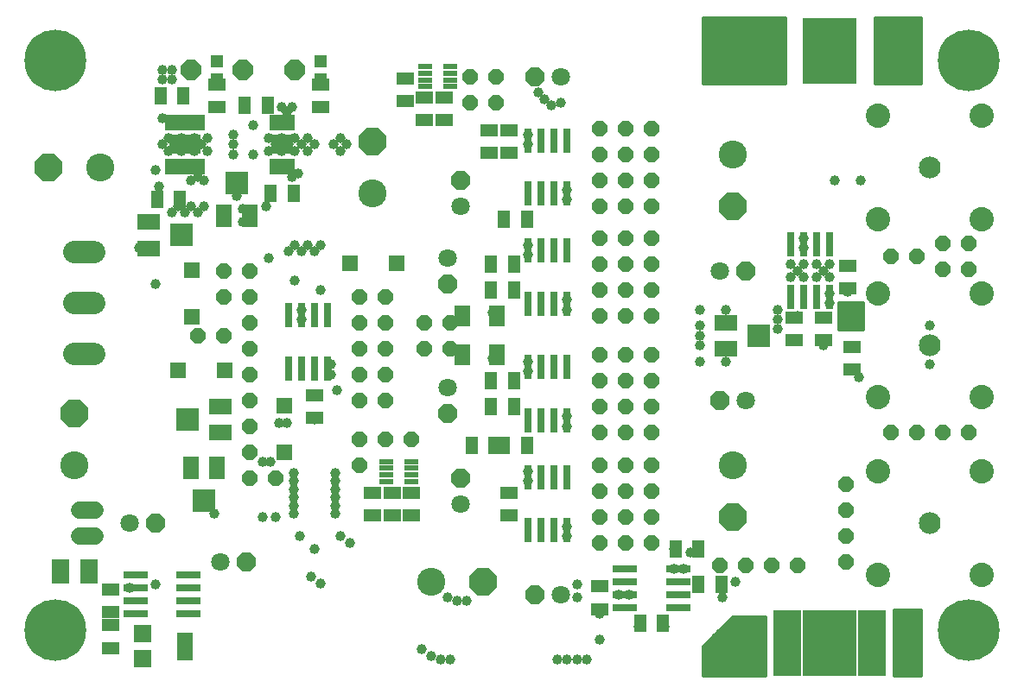
<source format=gbr>
G75*
%MOIN*%
%OFA0B0*%
%FSLAX24Y24*%
%IPPOS*%
%LPD*%
%AMOC8*
5,1,8,0,0,1.08239X$1,22.5*
%
%ADD10C,0.0160*%
%ADD11R,0.0316X0.0946*%
%ADD12OC8,0.0600*%
%ADD13R,0.0710X0.0474*%
%ADD14R,0.0474X0.0710*%
%ADD15R,0.0631X0.0789*%
%ADD16OC8,0.0710*%
%ADD17C,0.0710*%
%ADD18C,0.1080*%
%ADD19OC8,0.1080*%
%ADD20R,0.0910X0.0592*%
%ADD21R,0.0880X0.0867*%
%ADD22R,0.0631X0.0631*%
%ADD23R,0.0560X0.0240*%
%ADD24R,0.0592X0.0910*%
%ADD25R,0.0867X0.0880*%
%ADD26R,0.0250X0.0630*%
%ADD27R,0.1200X0.0730*%
%ADD28R,0.0190X0.0630*%
%ADD29R,0.0820X0.0740*%
%ADD30C,0.0860*%
%ADD31C,0.0840*%
%ADD32C,0.0940*%
%ADD33C,0.2380*%
%ADD34OC8,0.0780*%
%ADD35R,0.0480X0.0450*%
%ADD36R,0.0946X0.0316*%
%ADD37R,0.2080X0.2580*%
%ADD38R,0.1080X0.2580*%
%ADD39R,0.0710X0.0946*%
%ADD40C,0.0680*%
%ADD41R,0.0671X0.0671*%
%ADD42R,0.0631X0.1104*%
%ADD43C,0.0397*%
D10*
X027830Y001197D02*
X030205Y001197D01*
X030205Y003447D01*
X028955Y003447D01*
X027830Y002322D01*
X027830Y001197D01*
X027830Y001314D02*
X030205Y001314D01*
X030205Y001473D02*
X027830Y001473D01*
X027830Y001631D02*
X030205Y001631D01*
X030205Y001790D02*
X027830Y001790D01*
X027830Y001948D02*
X030205Y001948D01*
X030205Y002107D02*
X027830Y002107D01*
X027830Y002265D02*
X030205Y002265D01*
X030205Y002424D02*
X027932Y002424D01*
X028090Y002582D02*
X030205Y002582D01*
X030205Y002741D02*
X028249Y002741D01*
X028407Y002899D02*
X030205Y002899D01*
X030205Y003058D02*
X028566Y003058D01*
X028724Y003216D02*
X030205Y003216D01*
X030205Y003375D02*
X028883Y003375D01*
X035205Y003375D02*
X036205Y003375D01*
X036205Y003533D02*
X035205Y003533D01*
X035205Y003692D02*
X036205Y003692D01*
X036205Y003697D02*
X036205Y001197D01*
X035205Y001197D01*
X035205Y003697D01*
X036205Y003697D01*
X036205Y003216D02*
X035205Y003216D01*
X035205Y003058D02*
X036205Y003058D01*
X036205Y002899D02*
X035205Y002899D01*
X035205Y002741D02*
X036205Y002741D01*
X036205Y002582D02*
X035205Y002582D01*
X035205Y002424D02*
X036205Y002424D01*
X036205Y002265D02*
X035205Y002265D01*
X035205Y002107D02*
X036205Y002107D01*
X036205Y001948D02*
X035205Y001948D01*
X035205Y001790D02*
X036205Y001790D01*
X036205Y001631D02*
X035205Y001631D01*
X035205Y001473D02*
X036205Y001473D01*
X036205Y001314D02*
X035205Y001314D01*
X033955Y014572D02*
X033080Y014572D01*
X033080Y015572D01*
X033955Y015572D01*
X033955Y014572D01*
X033955Y014628D02*
X033080Y014628D01*
X033080Y014787D02*
X033955Y014787D01*
X033955Y014945D02*
X033080Y014945D01*
X033080Y015104D02*
X033955Y015104D01*
X033955Y015262D02*
X033080Y015262D01*
X033080Y015421D02*
X033955Y015421D01*
X034455Y024072D02*
X034455Y026572D01*
X036205Y026572D01*
X036205Y024072D01*
X034455Y024072D01*
X034455Y024138D02*
X036205Y024138D01*
X036205Y024297D02*
X034455Y024297D01*
X034455Y024455D02*
X036205Y024455D01*
X036205Y024614D02*
X034455Y024614D01*
X034455Y024772D02*
X036205Y024772D01*
X036205Y024931D02*
X034455Y024931D01*
X034455Y025089D02*
X036205Y025089D01*
X036205Y025248D02*
X034455Y025248D01*
X034455Y025406D02*
X036205Y025406D01*
X036205Y025565D02*
X034455Y025565D01*
X034455Y025723D02*
X036205Y025723D01*
X036205Y025882D02*
X034455Y025882D01*
X034455Y026040D02*
X036205Y026040D01*
X036205Y026199D02*
X034455Y026199D01*
X034455Y026357D02*
X036205Y026357D01*
X036205Y026516D02*
X034455Y026516D01*
X030955Y026516D02*
X027830Y026516D01*
X027830Y026572D02*
X030955Y026572D01*
X030955Y024072D01*
X027830Y024072D01*
X027830Y026572D01*
X027830Y026357D02*
X030955Y026357D01*
X030955Y026199D02*
X027830Y026199D01*
X027830Y026040D02*
X030955Y026040D01*
X030955Y025882D02*
X027830Y025882D01*
X027830Y025723D02*
X030955Y025723D01*
X030955Y025565D02*
X027830Y025565D01*
X027830Y025406D02*
X030955Y025406D01*
X030955Y025248D02*
X027830Y025248D01*
X027830Y025089D02*
X030955Y025089D01*
X030955Y024931D02*
X027830Y024931D01*
X027830Y024772D02*
X030955Y024772D01*
X030955Y024614D02*
X027830Y024614D01*
X027830Y024455D02*
X030955Y024455D01*
X030955Y024297D02*
X027830Y024297D01*
X027830Y024138D02*
X030955Y024138D01*
D11*
X022580Y021846D03*
X022080Y021846D03*
X021580Y021846D03*
X021080Y021846D03*
X021080Y019799D03*
X021580Y019799D03*
X022080Y019799D03*
X022580Y019799D03*
X022580Y017596D03*
X022080Y017596D03*
X021580Y017596D03*
X021080Y017596D03*
X021080Y015549D03*
X021580Y015549D03*
X022080Y015549D03*
X022580Y015549D03*
X022580Y013096D03*
X022080Y013096D03*
X021580Y013096D03*
X021080Y013096D03*
X021080Y011049D03*
X021580Y011049D03*
X022080Y011049D03*
X022580Y011049D03*
X022580Y008846D03*
X022080Y008846D03*
X021580Y008846D03*
X021080Y008846D03*
X021080Y006799D03*
X021580Y006799D03*
X022080Y006799D03*
X022580Y006799D03*
X013330Y013049D03*
X012830Y013049D03*
X012330Y013049D03*
X011830Y013049D03*
X011830Y015096D03*
X012330Y015096D03*
X012830Y015096D03*
X013330Y015096D03*
X031205Y015799D03*
X031705Y015799D03*
X032205Y015799D03*
X032705Y015799D03*
X032705Y017846D03*
X032205Y017846D03*
X031705Y017846D03*
X031205Y017846D03*
D12*
X035080Y017385D03*
X036080Y017385D03*
X037080Y017885D03*
X038080Y017885D03*
X038080Y016885D03*
X037080Y016885D03*
X037080Y010572D03*
X038080Y010572D03*
X036080Y010572D03*
X035080Y010572D03*
X033330Y008572D03*
X033330Y007572D03*
X033330Y006572D03*
X033330Y005572D03*
X031455Y005447D03*
X030455Y005447D03*
X029455Y005447D03*
X028455Y005447D03*
X025830Y006322D03*
X024830Y006322D03*
X023830Y006322D03*
X023830Y007322D03*
X024830Y007322D03*
X025830Y007322D03*
X025830Y008322D03*
X024830Y008322D03*
X023830Y008322D03*
X023830Y009322D03*
X024830Y009322D03*
X025830Y009322D03*
X025830Y010572D03*
X024830Y010572D03*
X023830Y010572D03*
X023830Y011572D03*
X024830Y011572D03*
X025830Y011572D03*
X025830Y012572D03*
X024830Y012572D03*
X023830Y012572D03*
X023830Y013572D03*
X024830Y013572D03*
X025830Y013572D03*
X025830Y015072D03*
X024830Y015072D03*
X023830Y015072D03*
X023830Y016072D03*
X024830Y016072D03*
X025830Y016072D03*
X025830Y017072D03*
X024830Y017072D03*
X023830Y017072D03*
X023830Y018072D03*
X024830Y018072D03*
X025830Y018072D03*
X025830Y019322D03*
X024830Y019322D03*
X023830Y019322D03*
X023830Y020322D03*
X024830Y020322D03*
X025830Y020322D03*
X025830Y021322D03*
X024830Y021322D03*
X023830Y021322D03*
X023830Y022322D03*
X024830Y022322D03*
X025830Y022322D03*
X019830Y023322D03*
X018830Y023322D03*
X018830Y024322D03*
X019830Y024322D03*
X010330Y016822D03*
X009330Y016822D03*
X009330Y015822D03*
X010330Y015822D03*
X010330Y014822D03*
X009330Y014322D03*
X008330Y014322D03*
X010330Y013822D03*
X010330Y012822D03*
X010330Y011822D03*
X010330Y010822D03*
X010330Y009822D03*
X010330Y008822D03*
X011330Y008822D03*
X014580Y009322D03*
X014580Y010322D03*
X015580Y010322D03*
X016580Y010322D03*
X015580Y011822D03*
X014580Y011822D03*
X014580Y012822D03*
X015580Y012822D03*
X015580Y013822D03*
X014580Y013822D03*
X014580Y014822D03*
X015580Y014822D03*
X015580Y015822D03*
X014580Y015822D03*
X017080Y014822D03*
X018080Y014822D03*
X018080Y013822D03*
X017080Y013822D03*
D13*
X012830Y012010D03*
X012830Y011135D03*
X015080Y008260D03*
X015830Y008260D03*
X016580Y008260D03*
X016580Y007385D03*
X015830Y007385D03*
X015080Y007385D03*
X020330Y007385D03*
X020330Y008260D03*
X023830Y004635D03*
X023830Y003760D03*
X033580Y013010D03*
X033580Y013885D03*
X032455Y014135D03*
X032455Y015010D03*
X031330Y015010D03*
X031330Y014135D03*
X033393Y016135D03*
X033393Y017010D03*
X020330Y021385D03*
X019580Y021385D03*
X019580Y022260D03*
X020330Y022260D03*
X017830Y022635D03*
X017080Y022635D03*
X016330Y023385D03*
X017080Y023510D03*
X017830Y023510D03*
X016330Y024260D03*
X013080Y024010D03*
X013080Y023135D03*
X009080Y023135D03*
X009080Y024010D03*
X004955Y004510D03*
X004955Y003635D03*
X004955Y003135D03*
X004955Y002260D03*
D14*
X018892Y010072D03*
X019767Y010072D03*
X020142Y010072D03*
X021017Y010072D03*
X020517Y011572D03*
X019642Y011572D03*
X019642Y012572D03*
X020517Y012572D03*
X020517Y016072D03*
X019642Y016072D03*
X019642Y017072D03*
X020517Y017072D03*
X020142Y018822D03*
X021017Y018822D03*
X012018Y019822D03*
X011143Y019822D03*
X007643Y019572D03*
X006768Y019572D03*
X010142Y023197D03*
X011017Y023197D03*
X007768Y023572D03*
X006893Y023572D03*
X026767Y006072D03*
X027642Y006072D03*
X027643Y004697D03*
X028518Y004697D03*
X026268Y003197D03*
X025393Y003197D03*
D15*
X019874Y013572D03*
X018536Y013572D03*
X018536Y015072D03*
X019874Y015072D03*
D16*
X017955Y016322D03*
X018455Y020322D03*
X021330Y024322D03*
X029455Y016822D03*
X028455Y011822D03*
X018455Y008822D03*
X017955Y011322D03*
X010205Y005572D03*
X006705Y007072D03*
X021330Y004322D03*
D17*
X022330Y004322D03*
X018455Y007822D03*
X017955Y012322D03*
X017955Y017322D03*
X018455Y019322D03*
X022330Y024322D03*
X028455Y016822D03*
X029455Y011822D03*
X009205Y005572D03*
X005705Y007072D03*
D18*
X003580Y009322D03*
X017330Y004822D03*
X028955Y009322D03*
X015080Y019822D03*
X004580Y020822D03*
X028955Y021322D03*
D19*
X028955Y019322D03*
X015080Y021822D03*
X002580Y020822D03*
X003580Y011322D03*
X019330Y004822D03*
X028955Y007322D03*
D20*
X028697Y013820D03*
X028697Y014824D03*
X009213Y011574D03*
X009213Y010570D03*
X006447Y017695D03*
X006447Y018699D03*
D21*
X007713Y018197D03*
X007947Y011072D03*
X029963Y014322D03*
D22*
X015993Y017107D03*
X014189Y017107D03*
X009368Y012982D03*
X007564Y012982D03*
X008114Y015035D03*
X008114Y016839D03*
X011671Y011610D03*
X011671Y009806D03*
D23*
X015600Y009452D03*
X015600Y009202D03*
X015600Y008942D03*
X015600Y008692D03*
X016560Y008692D03*
X016560Y008942D03*
X016560Y009202D03*
X016560Y009452D03*
X017100Y023942D03*
X017100Y024192D03*
X017100Y024452D03*
X017100Y024702D03*
X018060Y024702D03*
X018060Y024452D03*
X018060Y024192D03*
X018060Y023942D03*
D24*
X010332Y018939D03*
X009328Y018939D03*
X009082Y009206D03*
X008078Y009206D03*
D25*
X008580Y007939D03*
X009830Y020206D03*
D26*
X008470Y020837D03*
X008210Y020837D03*
X007960Y020837D03*
X007700Y020837D03*
X007450Y020837D03*
X007190Y020837D03*
X007190Y022557D03*
X007450Y022557D03*
X007700Y022557D03*
X007960Y022557D03*
X008210Y022557D03*
X008470Y022557D03*
D27*
X007830Y021697D03*
D28*
X011190Y020837D03*
X011380Y020837D03*
X011580Y020837D03*
X011780Y020837D03*
X011970Y020837D03*
X011970Y022557D03*
X011780Y022557D03*
X011580Y022557D03*
X011380Y022557D03*
X011190Y022557D03*
D29*
X011580Y021697D03*
D30*
X004345Y017542D02*
X003565Y017542D01*
X003565Y015572D02*
X004345Y015572D01*
X004345Y013602D02*
X003565Y013602D01*
D31*
X036580Y013947D03*
X036580Y007072D03*
X036580Y020822D03*
D32*
X034580Y022822D03*
X038580Y022822D03*
X038580Y018822D03*
X038580Y015947D03*
X034580Y015947D03*
X034580Y018822D03*
X034580Y011947D03*
X034580Y009072D03*
X038580Y009072D03*
X038580Y011947D03*
X038580Y005072D03*
X034580Y005072D03*
D33*
X002830Y002947D03*
X002830Y024947D03*
X038080Y024947D03*
X038080Y002947D03*
D34*
X012080Y024572D03*
X010080Y024572D03*
X008080Y024572D03*
D35*
X009080Y024218D03*
X009080Y024927D03*
X013080Y024927D03*
X013080Y024218D03*
D36*
X024806Y005322D03*
X024806Y004822D03*
X024806Y004322D03*
X024806Y003822D03*
X026854Y003822D03*
X026854Y004322D03*
X026854Y004822D03*
X026854Y005322D03*
X007979Y005072D03*
X007979Y004572D03*
X007979Y004072D03*
X007979Y003572D03*
X005931Y003572D03*
X005931Y004072D03*
X005931Y004572D03*
X005931Y005072D03*
D37*
X032705Y002447D03*
X032705Y025322D03*
D38*
X031080Y002447D03*
X034330Y002447D03*
D39*
X004131Y005197D03*
X003029Y005197D03*
D40*
X003780Y006572D02*
X004380Y006572D01*
X004380Y007572D02*
X003780Y007572D01*
D41*
X006207Y002815D03*
X006207Y001830D03*
D42*
X007835Y002322D03*
D43*
X006705Y004697D03*
X005705Y004572D03*
X002955Y005447D03*
X008955Y007447D03*
X010830Y007322D03*
X011330Y007322D03*
X012018Y007447D03*
X012018Y007760D03*
X012018Y008072D03*
X012018Y008385D03*
X012018Y008697D03*
X012018Y009010D03*
X011143Y009447D03*
X010830Y009447D03*
X011455Y010947D03*
X011768Y010947D03*
X011580Y011697D03*
X012830Y011072D03*
X013705Y012197D03*
X013455Y012822D03*
X013455Y013197D03*
X012330Y014947D03*
X012330Y015322D03*
X013080Y016072D03*
X012080Y016447D03*
X011080Y017322D03*
X011830Y017572D03*
X012080Y017822D03*
X012330Y017572D03*
X012580Y017822D03*
X012830Y017572D03*
X013080Y017822D03*
X010955Y019322D03*
X010330Y018947D03*
X010080Y018697D03*
X010080Y019197D03*
X009830Y019697D03*
X008580Y019322D03*
X008330Y019072D03*
X008080Y019322D03*
X007830Y019072D03*
X007580Y019322D03*
X007330Y019072D03*
X006455Y018697D03*
X006080Y017697D03*
X006705Y016322D03*
X009455Y012947D03*
X007830Y011072D03*
X009080Y010572D03*
X009080Y009447D03*
X012268Y006572D03*
X012830Y006072D03*
X013830Y006572D03*
X014205Y006322D03*
X013643Y007447D03*
X013643Y007760D03*
X013643Y008072D03*
X013643Y008385D03*
X013643Y008697D03*
X013643Y009010D03*
X012705Y005010D03*
X013080Y004760D03*
X016955Y002197D03*
X017330Y001947D03*
X017705Y001822D03*
X018080Y001822D03*
X018330Y004072D03*
X018705Y004072D03*
X017955Y004197D03*
X022205Y001822D03*
X022580Y001822D03*
X022955Y001822D03*
X023330Y001822D03*
X023830Y002572D03*
X023830Y003572D03*
X022955Y004197D03*
X022955Y004697D03*
X024580Y004322D03*
X024955Y004322D03*
X025330Y003072D03*
X026330Y003072D03*
X027955Y001947D03*
X028205Y001697D03*
X027955Y001447D03*
X028455Y001447D03*
X028705Y001697D03*
X028955Y001447D03*
X029205Y001697D03*
X029455Y001447D03*
X029705Y001697D03*
X029955Y001447D03*
X029955Y001947D03*
X029705Y002197D03*
X029455Y001947D03*
X029205Y002197D03*
X028955Y001947D03*
X028705Y002197D03*
X028455Y001947D03*
X028205Y002197D03*
X028455Y002447D03*
X028705Y002697D03*
X028955Y002447D03*
X029205Y002697D03*
X029455Y002447D03*
X029705Y002697D03*
X029955Y002447D03*
X029955Y002947D03*
X029705Y003197D03*
X029455Y002947D03*
X029205Y003197D03*
X028955Y002947D03*
X028580Y004197D03*
X029080Y004822D03*
X027080Y005322D03*
X026705Y005322D03*
X027330Y005947D03*
X026705Y006072D03*
X022580Y006572D03*
X022580Y006947D03*
X021080Y008697D03*
X021080Y009072D03*
X022580Y010822D03*
X022580Y011197D03*
X021080Y012947D03*
X021080Y013322D03*
X019705Y013447D03*
X019705Y015197D03*
X022580Y015322D03*
X022580Y015697D03*
X021080Y017447D03*
X021080Y017822D03*
X022580Y019572D03*
X022580Y019947D03*
X021080Y021697D03*
X021080Y022072D03*
X021955Y023197D03*
X021705Y023447D03*
X021455Y023697D03*
X022330Y023322D03*
X027955Y024572D03*
X028205Y024322D03*
X028455Y024572D03*
X028705Y024322D03*
X028955Y024572D03*
X029205Y024322D03*
X029455Y024572D03*
X029705Y024322D03*
X029955Y024572D03*
X030205Y024322D03*
X030455Y024572D03*
X030705Y024322D03*
X030705Y024822D03*
X030455Y025072D03*
X030205Y024822D03*
X029955Y025072D03*
X029705Y024822D03*
X029455Y025072D03*
X029205Y024822D03*
X028955Y025072D03*
X028705Y024822D03*
X028455Y025072D03*
X028205Y024822D03*
X027955Y025072D03*
X028205Y025322D03*
X027955Y025572D03*
X028205Y025822D03*
X028455Y025572D03*
X028705Y025322D03*
X028955Y025572D03*
X029205Y025322D03*
X029455Y025572D03*
X029705Y025322D03*
X029955Y025572D03*
X030205Y025322D03*
X030455Y025572D03*
X030705Y025322D03*
X030705Y025822D03*
X030455Y026072D03*
X030205Y025822D03*
X029955Y026072D03*
X029705Y025822D03*
X029455Y026072D03*
X029205Y025822D03*
X028955Y026072D03*
X028705Y025822D03*
X028455Y026072D03*
X028205Y026322D03*
X027955Y026072D03*
X028705Y026322D03*
X029205Y026322D03*
X029705Y026322D03*
X030205Y026322D03*
X030705Y026322D03*
X031955Y026322D03*
X031955Y025947D03*
X031955Y025572D03*
X032330Y025572D03*
X032705Y025572D03*
X033080Y025572D03*
X033455Y025572D03*
X033455Y025947D03*
X033080Y025947D03*
X032705Y025947D03*
X032330Y025947D03*
X032330Y026322D03*
X032705Y026322D03*
X033080Y026322D03*
X033455Y026322D03*
X034705Y026322D03*
X034955Y026072D03*
X034705Y025822D03*
X034955Y025572D03*
X034705Y025322D03*
X034955Y025072D03*
X034705Y024822D03*
X034955Y024572D03*
X034705Y024322D03*
X035205Y024322D03*
X035455Y024572D03*
X035705Y024322D03*
X035955Y024572D03*
X035705Y024822D03*
X035455Y025072D03*
X035205Y024822D03*
X035205Y025322D03*
X035455Y025572D03*
X035705Y025322D03*
X035955Y025072D03*
X035955Y025572D03*
X035705Y025822D03*
X035455Y026072D03*
X035205Y025822D03*
X035205Y026322D03*
X035705Y026322D03*
X035955Y026072D03*
X033455Y025197D03*
X033080Y025197D03*
X032705Y025197D03*
X032330Y025197D03*
X031955Y025197D03*
X032893Y020322D03*
X033893Y020322D03*
X031705Y018072D03*
X031705Y017697D03*
X031705Y017072D03*
X031455Y016822D03*
X031205Y016572D03*
X031705Y016572D03*
X032205Y016572D03*
X032455Y016822D03*
X032705Y016572D03*
X032705Y017072D03*
X032205Y017072D03*
X031205Y017072D03*
X032705Y015947D03*
X032705Y015572D03*
X033393Y016010D03*
X031455Y015072D03*
X030705Y014947D03*
X030705Y014572D03*
X030705Y015322D03*
X028705Y015322D03*
X027705Y015322D03*
X027705Y014697D03*
X027705Y014322D03*
X027705Y013947D03*
X027705Y013322D03*
X028705Y013322D03*
X032455Y013947D03*
X033830Y012697D03*
X036580Y013197D03*
X036580Y014697D03*
X035955Y003447D03*
X035705Y003197D03*
X035455Y002947D03*
X035705Y002697D03*
X035455Y002447D03*
X035705Y002197D03*
X035455Y001947D03*
X035705Y001697D03*
X035455Y001447D03*
X035955Y001447D03*
X035955Y001947D03*
X035955Y002447D03*
X035955Y002947D03*
X035455Y003447D03*
X034580Y003447D03*
X034330Y003197D03*
X034080Y002947D03*
X034330Y002697D03*
X034080Y002447D03*
X033455Y002697D03*
X033080Y002697D03*
X032705Y002697D03*
X032330Y002697D03*
X031955Y002697D03*
X031330Y002447D03*
X031080Y002697D03*
X030830Y002447D03*
X030830Y002947D03*
X031080Y003197D03*
X031330Y002947D03*
X031955Y003072D03*
X032330Y003072D03*
X032705Y003072D03*
X033080Y003072D03*
X033455Y003072D03*
X033455Y003447D03*
X033080Y003447D03*
X032705Y003447D03*
X032330Y003447D03*
X031955Y003447D03*
X031330Y003447D03*
X030830Y003447D03*
X034080Y003447D03*
X034580Y002947D03*
X034580Y002447D03*
X012205Y020572D03*
X011955Y020447D03*
X012080Y021447D03*
X011830Y021697D03*
X011580Y021447D03*
X011330Y021697D03*
X011080Y021447D03*
X010455Y021322D03*
X009705Y021322D03*
X009705Y021697D03*
X009705Y022072D03*
X010455Y022447D03*
X011080Y021947D03*
X011580Y021947D03*
X012080Y021947D03*
X012330Y021697D03*
X012580Y021447D03*
X012830Y021697D03*
X012580Y021947D03*
X013580Y021697D03*
X013830Y021447D03*
X014080Y021697D03*
X013830Y021947D03*
X011955Y023135D03*
X011768Y022947D03*
X011580Y023135D03*
X008705Y021947D03*
X008455Y021697D03*
X008205Y021447D03*
X007955Y021697D03*
X007705Y021447D03*
X007455Y021697D03*
X007205Y021447D03*
X006955Y021697D03*
X007205Y021947D03*
X007705Y021947D03*
X008205Y021947D03*
X008705Y021447D03*
X008330Y020447D03*
X008080Y020322D03*
X008580Y020322D03*
X006830Y020072D03*
X006705Y020697D03*
X006955Y022697D03*
X006955Y024197D03*
X007330Y024197D03*
X007330Y024572D03*
X006955Y024572D03*
M02*

</source>
